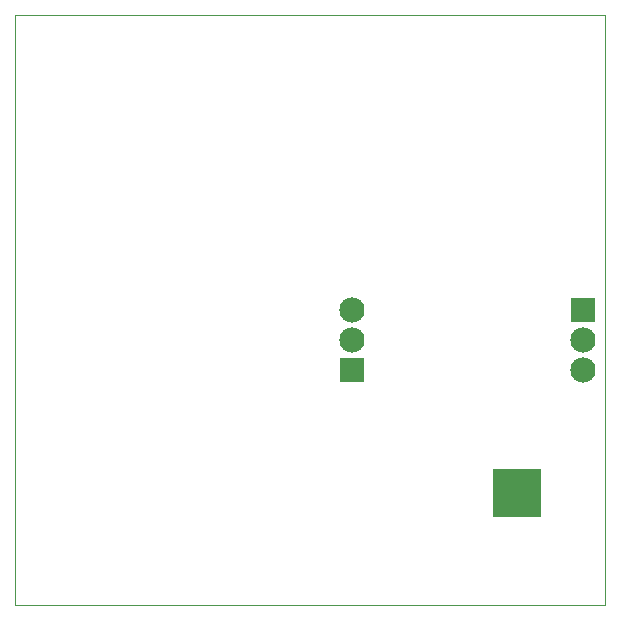
<source format=gbs>
G75*
%MOIN*%
%OFA0B0*%
%FSLAX25Y25*%
%IPPOS*%
%LPD*%
%AMOC8*
5,1,8,0,0,1.08239X$1,22.5*
%
%ADD10C,0.00000*%
%ADD11R,0.16000X0.16000*%
%ADD12R,0.08400X0.08400*%
%ADD13C,0.08400*%
D10*
X0001000Y0001000D02*
X0001000Y0197850D01*
X0197850Y0197850D01*
X0197850Y0001000D01*
X0001000Y0001000D01*
D11*
X0168500Y0038500D03*
D12*
X0113500Y0079500D03*
X0190250Y0099500D03*
D13*
X0190250Y0089500D03*
X0190250Y0079500D03*
X0113500Y0089500D03*
X0113500Y0099500D03*
M02*

</source>
